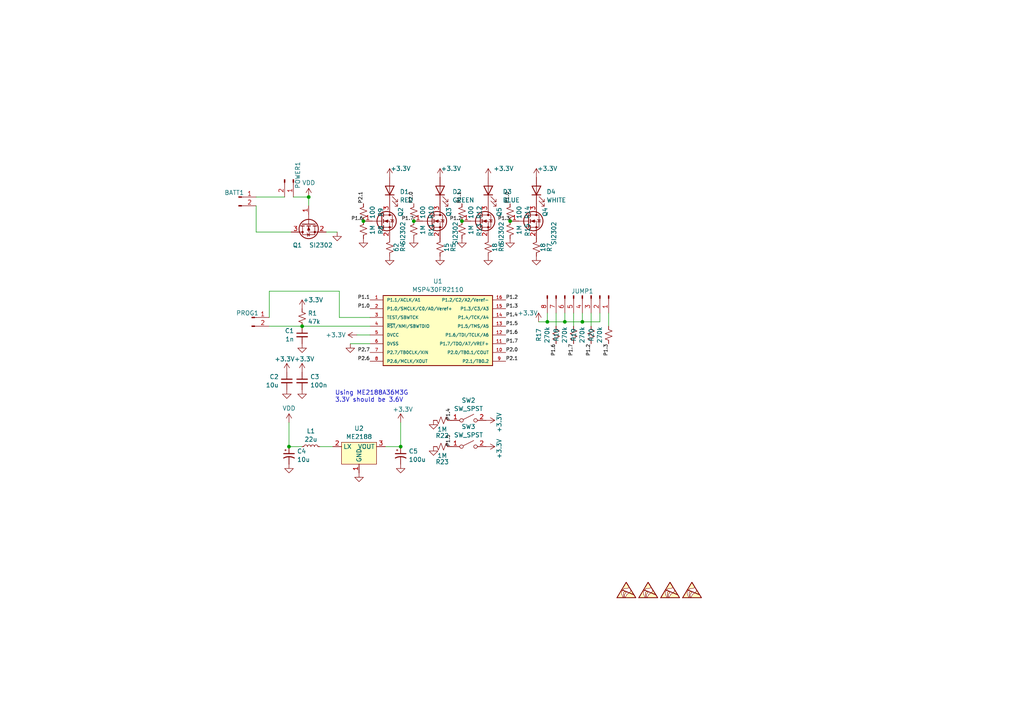
<source format=kicad_sch>
(kicad_sch (version 20230121) (generator eeschema)
  (paper "A4")
  (title_block (title "LED Lantern") (date "2023-09-14") (rev "0.2") (comment 1 "for Wedding Order"))
  (lib_symbols
    (symbol "Connector:Conn_01x02_Pin" (pin_names (offset 1.016) hide)
      (property "Reference" "J" (at 0 2.54 0))
      (property "Value" "Conn_01x02_Pin" (at 0 -5.08 0))
      (symbol "Conn_01x02_Pin_1_1"
        (polyline (pts (xy 1.27 -2.54) (xy 0.8636 -2.54)) (stroke (width 0.1524)))
        (polyline (pts (xy 1.27 0) (xy 0.8636 0)) (stroke (width 0.1524)))
        (rectangle (start 0.8636 -2.413) (end 0 -2.667) (stroke (width 0.1524)) (fill (type outline)))
        (rectangle (start 0.8636 0.127) (end 0 -0.127) (stroke (width 0.1524)) (fill (type outline)))
        (pin passive line (at 5.08 0 180) (length 3.81) (name "Pin_1") (number "1"))
        (pin passive line (at 5.08 -2.54 180) (length 3.81) (name "Pin_2") (number "2"))
      )
    )
    (symbol "Connector:Conn_01x08_Pin" (pin_names (offset 1.016) hide)
      (property "Reference" "J" (at 0 10.16 0))
      (property "Value" "Conn_01x08_Pin" (at 0 -12.7 0))
      (symbol "Conn_01x08_Pin_1_1"
        (polyline (pts (xy 1.27 -10.16) (xy 0.8636 -10.16)) (stroke (width 0.1524)))
        (polyline (pts (xy 1.27 -7.62) (xy 0.8636 -7.62)) (stroke (width 0.1524)))
        (polyline (pts (xy 1.27 -5.08) (xy 0.8636 -5.08)) (stroke (width 0.1524)))
        (polyline (pts (xy 1.27 -2.54) (xy 0.8636 -2.54)) (stroke (width 0.1524)))
        (polyline (pts (xy 1.27 0) (xy 0.8636 0)) (stroke (width 0.1524)))
        (polyline (pts (xy 1.27 2.54) (xy 0.8636 2.54)) (stroke (width 0.1524)))
        (polyline (pts (xy 1.27 5.08) (xy 0.8636 5.08)) (stroke (width 0.1524)))
        (polyline (pts (xy 1.27 7.62) (xy 0.8636 7.62)) (stroke (width 0.1524)))
        (rectangle (start 0.8636 -10.033) (end 0 -10.287) (stroke (width 0.1524)) (fill (type outline)))
        (rectangle (start 0.8636 -7.493) (end 0 -7.747) (stroke (width 0.1524)) (fill (type outline)))
        (rectangle (start 0.8636 -4.953) (end 0 -5.207) (stroke (width 0.1524)) (fill (type outline)))
        (rectangle (start 0.8636 -2.413) (end 0 -2.667) (stroke (width 0.1524)) (fill (type outline)))
        (rectangle (start 0.8636 0.127) (end 0 -0.127) (stroke (width 0.1524)) (fill (type outline)))
        (rectangle (start 0.8636 2.667) (end 0 2.413) (stroke (width 0.1524)) (fill (type outline)))
        (rectangle (start 0.8636 5.207) (end 0 4.953) (stroke (width 0.1524)) (fill (type outline)))
        (rectangle (start 0.8636 7.747) (end 0 7.493) (stroke (width 0.1524)) (fill (type outline)))
        (pin passive line (at 5.08 7.62 180) (length 3.81) (name "Pin_1") (number "1"))
        (pin passive line (at 5.08 5.08 180) (length 3.81) (name "Pin_2") (number "2"))
        (pin passive line (at 5.08 2.54 180) (length 3.81) (name "Pin_3") (number "3"))
        (pin passive line (at 5.08 0 180) (length 3.81) (name "Pin_4") (number "4"))
        (pin passive line (at 5.08 -2.54 180) (length 3.81) (name "Pin_5") (number "5"))
        (pin passive line (at 5.08 -5.08 180) (length 3.81) (name "Pin_6") (number "6"))
        (pin passive line (at 5.08 -7.62 180) (length 3.81) (name "Pin_7") (number "7"))
        (pin passive line (at 5.08 -10.16 180) (length 3.81) (name "Pin_8") (number "8"))
      )
    )
    (symbol "Device:C_Polarized_Small_US" (pin_numbers hide) (pin_names (offset 0.254) hide)
      (property "Reference" "C" (at 0.254 1.778 0))
      (property "Value" "C_Polarized_Small_US" (at 0.254 -2.032 0))
      (symbol "C_Polarized_Small_US_0_1"
        (polyline (pts (xy -1.524 0.508) (xy 1.524 0.508)) (stroke (width 0.3048)))
        (polyline (pts (xy -1.27 1.524) (xy -0.762 1.524)))
        (polyline (pts (xy -1.016 1.27) (xy -1.016 1.778)))
        (arc (start 1.524 -0.762) (mid 0 -0.3734) (end -1.524 -0.762) (stroke (width 0.3048)))
      )
      (symbol "C_Polarized_Small_US_1_1"
        (pin passive line (at 0 2.54 270) (length 2.032) (name "~") (number "1"))
        (pin passive line (at 0 -2.54 90) (length 2.032) (name "~") (number "2"))
      )
    )
    (symbol "Device:C_Small" (pin_numbers hide) (pin_names (offset 0.254) hide)
      (property "Reference" "C" (at 0.254 1.778 0))
      (property "Value" "C_Small" (at 0.254 -2.032 0))
      (symbol "C_Small_0_1"
        (polyline (pts (xy -1.524 -0.508) (xy 1.524 -0.508)) (stroke (width 0.3302)))
        (polyline (pts (xy -1.524 0.508) (xy 1.524 0.508)) (stroke (width 0.3048)))
      )
      (symbol "C_Small_1_1"
        (pin passive line (at 0 2.54 270) (length 2.032) (name "~") (number "1"))
        (pin passive line (at 0 -2.54 90) (length 2.032) (name "~") (number "2"))
      )
    )
    (symbol "Device:LED" (pin_numbers hide) (pin_names (offset 1.016) hide)
      (property "Reference" "D" (at 0 2.54 0))
      (property "Value" "LED" (at 0 -2.54 0))
      (symbol "LED_0_1"
        (polyline (pts (xy -1.27 -1.27) (xy -1.27 1.27)) (stroke (width 0.254)))
        (polyline (pts (xy -1.27 0) (xy 1.27 0)))
        (polyline (pts (xy 1.27 -1.27) (xy 1.27 1.27) (xy -1.27 0) (xy 1.27 -1.27)) (stroke (width 0.254)))
        (polyline (pts (xy -3.048 -0.762) (xy -4.572 -2.286) (xy -3.81 -2.286) (xy -4.572 -2.286) (xy -4.572 -1.524)))
        (polyline (pts (xy -1.778 -0.762) (xy -3.302 -2.286) (xy -2.54 -2.286) (xy -3.302 -2.286) (xy -3.302 -1.524)))
      )
      (symbol "LED_1_1"
        (pin passive line (at -3.81 0 0) (length 2.54) (name "K") (number "1"))
        (pin passive line (at 3.81 0 180) (length 2.54) (name "A") (number "2"))
      )
    )
    (symbol "Device:L_Small" (pin_numbers hide) (pin_names (offset 0.254) hide)
      (property "Reference" "L" (at 0.762 1.016 0))
      (property "Value" "L_Small" (at 0.762 -1.016 0))
      (symbol "L_Small_0_1"
        (arc (start 0 -2.032) (mid 0.5058 -1.524) (end 0 -1.016))
        (arc (start 0 -1.016) (mid 0.5058 -0.508) (end 0 0))
        (arc (start 0 0) (mid 0.5058 0.508) (end 0 1.016))
        (arc (start 0 1.016) (mid 0.5058 1.524) (end 0 2.032))
      )
      (symbol "L_Small_1_1"
        (pin passive line (at 0 2.54 270) (length 0.508) (name "~") (number "1"))
        (pin passive line (at 0 -2.54 90) (length 0.508) (name "~") (number "2"))
      )
    )
    (symbol "Device:Q_NMOS_GSD" (pin_names (offset 0) hide)
      (property "Reference" "Q" (at 5.08 1.27 0))
      (property "Value" "Q_NMOS_GSD" (at 5.08 -1.27 0))
      (symbol "Q_NMOS_GSD_0_1"
        (polyline (pts (xy 0.254 0) (xy -2.54 0)))
        (polyline (pts (xy 0.254 1.905) (xy 0.254 -1.905)) (stroke (width 0.254)))
        (polyline (pts (xy 0.762 -1.27) (xy 0.762 -2.286)) (stroke (width 0.254)))
        (polyline (pts (xy 0.762 0.508) (xy 0.762 -0.508)) (stroke (width 0.254)))
        (polyline (pts (xy 0.762 2.286) (xy 0.762 1.27)) (stroke (width 0.254)))
        (polyline (pts (xy 2.54 2.54) (xy 2.54 1.778)))
        (polyline (pts (xy 2.54 -2.54) (xy 2.54 0) (xy 0.762 0)))
        (polyline (pts (xy 0.762 -1.778) (xy 3.302 -1.778) (xy 3.302 1.778) (xy 0.762 1.778)))
        (polyline (pts (xy 1.016 0) (xy 2.032 0.381) (xy 2.032 -0.381) (xy 1.016 0)) (fill (type outline)))
        (polyline (pts (xy 2.794 0.508) (xy 2.921 0.381) (xy 3.683 0.381) (xy 3.81 0.254)))
        (polyline (pts (xy 3.302 0.381) (xy 2.921 -0.254) (xy 3.683 -0.254) (xy 3.302 0.381)))
        (circle (center 1.651 0) (radius 2.794) (stroke (width 0.254)))
        (circle (center 2.54 -1.778) (radius 0.254) (fill (type outline)))
        (circle (center 2.54 1.778) (radius 0.254) (fill (type outline)))
      )
      (symbol "Q_NMOS_GSD_1_1"
        (pin input line (at -5.08 0 0) (length 2.54) (name "G") (number "1"))
        (pin passive line (at 2.54 -5.08 90) (length 2.54) (name "S") (number "2"))
        (pin passive line (at 2.54 5.08 270) (length 2.54) (name "D") (number "3"))
      )
    )
    (symbol "Device:R_Small_US" (pin_numbers hide) (pin_names (offset 0.254) hide)
      (property "Reference" "R" (at 0.762 0.508 0))
      (property "Value" "R_Small_US" (at 0.762 -1.016 0))
      (symbol "R_Small_US_1_1"
        (polyline (pts (xy 0 0) (xy 1.016 -0.381) (xy 0 -0.762) (xy -1.016 -1.143) (xy 0 -1.524)))
        (polyline (pts (xy 0 1.524) (xy 1.016 1.143) (xy 0 0.762) (xy -1.016 0.381) (xy 0 0)))
        (pin passive line (at 0 2.54 270) (length 1.016) (name "~") (number "1"))
        (pin passive line (at 0 -2.54 90) (length 1.016) (name "~") (number "2"))
      )
    )
    (symbol "Graphic:SYM_ESD_Small" (in_bom no) (on_board no)
      (symbol "SYM_ESD_Small_0_0"
        (polyline (pts (xy -1.27 0.381) (xy 2.159 -1.016)) (stroke (width 0.254)))
        (polyline (pts (xy -2.667 -1.905) (xy 2.794 -1.905) (xy 0 2.54) (xy -2.667 -1.905)) (stroke (width 0.254)))
        (polyline (pts (xy 2.7432 -1.905) (xy 2.7178 -1.8796) (xy 2.6162 -1.6764) (xy 2.5654 -1.6002) (xy 2.4892 -1.4986) (xy 2.4384 -1.3716) (xy 1.7526 -0.2286) (xy 1.7018 -0.127) (xy 1.6256 -0.0508) (xy 1.6002 0.0508) (xy 1.5494 0.1016) (xy 1.4986 0.2032) (xy 1.4732 0.2286) (xy 1.4732 0.2032) (xy 1.4478 0.2032) (xy 1.3208 0.0762) (xy 1.2954 0.0254) (xy 1.2954 -0.0254) (xy 1.27 -0.0762) (xy 1.2446 -0.1524) (xy 1.143 -0.254) (xy 1.0922 -0.3302) (xy 1.0414 -0.3556) (xy 0.9144 -0.4826) (xy 0.762 -0.5842) (xy 0.6604 -0.6604) (xy 0.508 -0.762) (xy 0.4572 -0.8128) (xy 0.3556 -0.8636) (xy 0.3048 -0.9144) (xy 0.2286 -0.9652) (xy 0.0762 -1.1938) (xy 0.0254 -1.2954) (xy -0.0254 -1.4224) (xy -0.0508 -1.4986) (xy -0.1016 -1.5748) (xy -0.127 -1.651) (xy -0.1778 -1.6764) (xy -0.2032 -1.7272) (xy -0.254 -1.7526) (xy -0.4064 -1.7526) (xy -0.4064 -1.7272) (xy -0.4572 -1.7018) (xy -0.4826 -1.6256) (xy -0.508 -1.524) (xy -0.508 -1.0922) (xy -0.4572 -0.889) (xy -0.4064 -0.8128) (xy -0.254 -0.6604) (xy -0.2032 -0.5842) (xy -0.127 -0.5334) (xy -0.1016 -0.4826) (xy -0.0762 -0.4064) (xy -0.0508 -0.3556) (xy -0.0254 -0.3302) (xy -0.0254 -0.2794) (xy 0 -0.2286) (xy -0.0762 -0.1524) (xy -0.127 -0.127) (xy -0.1524 -0.0762) (xy -0.2032 -0.0508) (xy -0.2286 -0.0254) (xy -0.254 -0.0254) (xy -0.3048 -0.0762) (xy -0.3556 -0.1016) (xy -0.4318 -0.127) (xy -0.4826 -0.1524) (xy -0.5588 -0.2286) (xy -0.6096 -0.254) (xy -0.8382 -0.4826) (xy -0.8128 -0.5588) (xy -0.7874 -0.5842) (xy -0.7874 -0.8636) (xy -0.8128 -0.889) (xy -0.8128 -0.9652) (xy -0.762 -1.016) (xy -0.762 -1.0414) (xy -0.6604 -1.2954) (xy -0.6604 -1.5748) (xy -0.6858 -1.6002) (xy -0.6858 -1.6256) (xy -0.7366 -1.7018) (xy -0.8382 -1.7526) (xy -0.9144 -1.7526) (xy -0.9398 -1.7272) (xy -0.9652 -1.6764) (xy -1.016 -1.6002) (xy -1.0414 -1.524) (xy -1.143 -1.27) (xy -1.2192 -1.0414) (xy -1.27 -0.9652) (xy -1.2954 -0.889) (xy -1.3208 -0.8382) (xy -1.3208 -0.8128) (xy -1.3716 -0.7112) (xy -1.397 -0.5842) (xy -1.397 -0.4826) (xy -1.3716 -0.381) (xy -1.3208 -0.254) (xy -1.2954 -0.2032) (xy -1.1938 -0.0508) (xy -1.0414 0.1524) (xy -0.9906 0.2032) (xy -0.9652 0.254) (xy -0.9144 0.3302) (xy -0.889 0.381) (xy -0.8636 0.381) (xy -0.8128 0.508) (xy -0.6096 0.7112) (xy -0.5334 0.7366) (xy -0.508 0.762) (xy -0.4318 0.762) (xy -0.3556 0.7874) (xy -0.2286 0.8128) (xy -0.1016 0.8128) (xy 0.0508 0.8382) (xy 0.2032 0.8382) (xy 0.3048 0.8636) (xy 0.4826 0.8636) (xy 0.5334 0.889) (xy 0.5842 0.889) (xy 0.6858 0.9398) (xy 0.7112 0.9652) (xy 0.762 0.9906) (xy 0.8128 1.0414) (xy 0.8636 1.0668) (xy 0.889 1.1176) (xy 0.9144 1.143) (xy 0.9144 1.1938) (xy 0.889 1.2192) (xy 0.8636 1.27) (xy 0.8128 1.3462) (xy 0.7112 1.5494) (xy 0.635 1.651) (xy 0.5842 1.7526) (xy 0.508 1.8796) (xy 0.4572 1.9558) (xy 0.381 2.0828) (xy 0.3048 2.1844) (xy 0.254 2.286) (xy 0.2032 2.3622) (xy 0.1778 2.4384) (xy 0.1016 2.5146) (xy 0.1016 2.54) (xy 0.0762 2.5654) (xy 0.0762 2.5908) (xy 0.0254 2.5908) (xy 0.0254 2.5654) (xy -0.0254 2.5146) (xy -0.1016 2.3622) (xy -0.254 2.1336) (xy -0.3048 2.032) (xy -0.4572 1.778) (xy -0.5588 1.6256) (xy -0.762 1.27) (xy -0.889 1.0668) (xy -1.016 0.8382) (xy -1.1684 0.6096) (xy -1.3208 0.3302) (xy -1.397 0.2032) (xy -1.524 -0.0254) (xy -1.778 -0.4318) (xy -1.8796 -0.635) (xy -2.0066 -0.8128) (xy -2.1082 -0.9906) (xy -2.2098 -1.143) (xy -2.286 -1.2954) (xy -2.4384 -1.5494) (xy -2.4892 -1.651) (xy -2.5654 -1.7526) (xy -2.5908 -1.8288) (xy -2.6162 -1.8796) (xy -2.6416 -1.905) (xy -2.6416 -1.9304) (xy 2.7432 -1.9304) (xy 2.7432 -1.905)) (stroke (width 0.127)) (fill (type background)))
      )
    )
    (symbol "Switch:SW_SPST" (pin_names (offset 0) hide)
      (property "Reference" "SW" (at 0 3.175 0))
      (property "Value" "SW_SPST" (at 0 -2.54 0))
      (symbol "SW_SPST_0_0"
        (circle (center -2.032 0) (radius 0.508))
        (polyline (pts (xy -1.524 0.254) (xy 1.524 1.778)))
        (circle (center 2.032 0) (radius 0.508))
      )
      (symbol "SW_SPST_1_1"
        (pin passive line (at -5.08 0 0) (length 2.54) (name "A") (number "1"))
        (pin passive line (at 5.08 0 180) (length 2.54) (name "B") (number "2"))
      )
    )
    (symbol "klib:ME2188"
      (property "Reference" "U" (at -2.54 3.81 0))
      (property "Value" "ME2188" (at 5.08 -5.08 0))
      (symbol "ME2188_1_1"
        (rectangle (start -5.08 2.54) (end 5.08 -3.81) (fill (type background)))
        (pin power_in line (at 0 -6.35 90) (length 2.54) (name "GND") (number "1"))
        (pin power_in line (at -7.62 1.27 0) (length 2.54) (name "LX") (number "2"))
        (pin power_out line (at 7.62 1.27 180) (length 2.54) (name "VOUT") (number "3"))
      )
    )
    (symbol "klib:MSP430FR2110" (pin_names (offset 1.016))
      (property "Reference" "U" (at -20.32 11.43 0))
      (property "Value" "MSP430FR2110" (at 10.16 -11.43 0))
      (symbol "MSP430FR2110_0_1"
        (rectangle (start -15.24 10.16) (end 16.51 -10.16) (stroke (width 0.254)) (fill (type background)))
      )
      (symbol "MSP430FR2110_1_1"
        (pin bidirectional line (at -19.05 8.89 0) (length 3.81) (name "P1.1/ACLK/A1") (number "1"))
        (pin bidirectional line (at 20.32 -6.35 180) (length 3.81) (name "P2.0/TB0.1/COUT") (number "10"))
        (pin bidirectional line (at 20.32 -3.81 180) (length 3.81) (name "P1.7/TDO/A7/VREF+") (number "11"))
        (pin bidirectional line (at 20.32 -1.27 180) (length 3.81) (name "P1.6/TDI/TCLK/A6") (number "12"))
        (pin bidirectional line (at 20.32 1.27 180) (length 3.81) (name "P1.5/TMS/A5") (number "13"))
        (pin bidirectional line (at 20.32 3.81 180) (length 3.81) (name "P1.4/TCK/A4") (number "14"))
        (pin bidirectional line (at 20.32 6.35 180) (length 3.81) (name "P1.3/C3/A3") (number "15"))
        (pin bidirectional line (at 20.32 8.89 180) (length 3.81) (name "P1.2/C2/A2/Veref-") (number "16"))
        (pin bidirectional line (at -19.05 6.35 0) (length 3.81) (name "P1.0/SMCLK/C0/A0/Veref+") (number "2"))
        (pin bidirectional line (at -19.05 3.81 0) (length 3.81) (name "TEST/SBWTCK") (number "3"))
        (pin bidirectional line (at -19.05 1.27 0) (length 3.81) (name "~{RST}/NMI/SBWTDIO") (number "4"))
        (pin power_in line (at -19.05 -1.27 0) (length 3.81) (name "DVCC") (number "5"))
        (pin power_in line (at -19.05 -3.81 0) (length 3.81) (name "DVSS") (number "6"))
        (pin bidirectional line (at -19.05 -6.35 0) (length 3.81) (name "P2.7/TB0CLK/XIN") (number "7"))
        (pin bidirectional line (at -19.05 -8.89 0) (length 3.81) (name "P2.6/MCLK/XOUT") (number "8"))
        (pin bidirectional line (at 20.32 -8.89 180) (length 3.81) (name "P2.1/TB0.2") (number "9"))
      )
    )
    (symbol "power:+3.3V" (power) (pin_names (offset 0))
      (property "Value" "+3.3V" (at 0 3.556 0))
      (symbol "+3.3V_0_1"
        (polyline (pts (xy -0.762 1.27) (xy 0 2.54)))
        (polyline (pts (xy 0 0) (xy 0 2.54)))
        (polyline (pts (xy 0 2.54) (xy 0.762 1.27)))
      )
      (symbol "+3.3V_1_1"
        (pin power_in line (at 0 0 90) (length 0) hide (name "+3.3V") (number "1"))
      )
    )
    (symbol "power:GND" (power) (pin_names (offset 0))
      (property "Value" "GND" (at 0 -3.81 0))
      (symbol "GND_0_1"
        (polyline (pts (xy 0 0) (xy 0 -1.27) (xy 1.27 -1.27) (xy 0 -2.54) (xy -1.27 -1.27) (xy 0 -1.27)))
      )
      (symbol "GND_1_1"
        (pin power_in line (at 0 0 270) (length 0) hide (name "GND") (number "1"))
      )
    )
    (symbol "power:VDD" (power) (pin_names (offset 0))
      (property "Value" "VDD" (at 0 3.81 0))
      (symbol "VDD_0_1"
        (polyline (pts (xy -0.762 1.27) (xy 0 2.54)))
        (polyline (pts (xy 0 0) (xy 0 2.54)))
        (polyline (pts (xy 0 2.54) (xy 0.762 1.27)))
      )
      (symbol "VDD_1_1"
        (pin power_in line (at 0 0 90) (length 0) hide (name "VDD") (number "1"))
      )
    )
  )
  (junction (at 120.015 64.135))
  (junction (at 105.41 64.135))
  (junction (at 158.75 93.345))
  (junction (at 83.82 129.54))
  (junction (at 147.955 64.135))
  (junction (at 87.63 94.615))
  (junction (at 163.83 93.345))
  (junction (at 133.985 64.135))
  (junction (at 168.91 93.345))
  (junction (at 116.205 129.54))
  (junction (at 89.535 57.15))
  (wire (pts (xy 168.91 93.345) (xy 163.83 93.345)))
  (wire (pts (xy 83.82 129.54) (xy 83.82 122.555)))
  (wire (pts (xy 94.615 67.31) (xy 97.79 67.31)))
  (wire (pts (xy 78.105 84.455) (xy 98.425 84.455)))
  (wire (pts (xy 78.105 92.075) (xy 78.105 84.455)))
  (wire (pts (xy 158.75 93.345) (xy 158.75 90.805)))
  (wire (pts (xy 85.09 57.15) (xy 89.535 57.15)))
  (wire (pts (xy 168.91 93.345) (xy 168.91 90.805)))
  (wire (pts (xy 173.99 93.345) (xy 168.91 93.345)))
  (wire (pts (xy 156.21 93.345) (xy 158.75 93.345)))
  (wire (pts (xy 111.76 129.54) (xy 116.205 129.54)))
  (wire (pts (xy 116.205 122.555) (xy 116.205 129.54)))
  (wire (pts (xy 171.45 90.805) (xy 171.45 94.615)))
  (wire (pts (xy 78.105 94.615) (xy 87.63 94.615)))
  (wire (pts (xy 173.99 93.345) (xy 173.99 90.805)))
  (wire (pts (xy 83.82 129.54) (xy 87.63 129.54)))
  (wire (pts (xy 74.295 67.31) (xy 84.455 67.31)))
  (wire (pts (xy 74.295 57.15) (xy 82.55 57.15)))
  (wire (pts (xy 98.425 92.075) (xy 107.315 92.075)))
  (wire (pts (xy 163.83 93.345) (xy 158.75 93.345)))
  (wire (pts (xy 161.29 90.805) (xy 161.29 94.615)))
  (wire (pts (xy 101.6 99.695) (xy 107.315 99.695)))
  (wire (pts (xy 92.71 129.54) (xy 96.52 129.54)))
  (wire (pts (xy 89.535 57.15) (xy 89.535 59.69)))
  (wire (pts (xy 176.53 90.805) (xy 176.53 94.615)))
  (wire (pts (xy 74.295 59.69) (xy 74.295 67.31)))
  (wire (pts (xy 166.37 90.805) (xy 166.37 94.615)))
  (wire (pts (xy 87.63 94.615) (xy 107.315 94.615)))
  (wire (pts (xy 163.83 93.345) (xy 163.83 90.805)))
  (wire (pts (xy 98.425 84.455) (xy 98.425 92.075)))
  (wire (pts (xy 103.505 97.155) (xy 107.315 97.155)))
  (text "Using ME2188A36M3G\n3.3V should be 3.6V" (at 97.155 116.84 0) (effects (font (size 1.27 1.27)) (justify left bottom)))
  (label "P1.2" (at 133.985 64.135 180) (effects (font (size 1 1))))
  (label "P1.2" (at 171.45 99.695 270) (effects (font (size 1 1))))
  (label "P2.0" (at 146.685 102.235 0) (effects (font (size 1 1))))
  (label "P1.1" (at 133.985 59.055 90) (effects (font (size 1 1))))
  (label "P2.0" (at 120.015 59.055 90) (effects (font (size 1 1))))
  (label "P2.7" (at 107.315 102.235 180) (effects (font (size 1 1))))
  (label "P1.6" (at 105.41 64.135 180) (effects (font (size 1 1))))
  (label "P1.0" (at 107.315 89.535 180) (effects (font (size 1 1))))
  (label "P1.7" (at 166.37 99.695 270) (effects (font (size 1 1))))
  (label "P1.3" (at 147.955 64.135 180) (effects (font (size 1 1))))
  (label "P1.1" (at 107.315 86.995 180) (effects (font (size 1 1))))
  (label "P1.7" (at 146.685 99.695 0) (effects (font (size 1 1))))
  (label "P1.4" (at 146.685 92.075 0) (effects (font (size 1 1))))
  (label "P1.2" (at 146.685 86.995 0) (effects (font (size 1 1))))
  (label "P1.0" (at 147.955 59.055 90) (effects (font (size 1 1))))
  (label "P1.3" (at 146.685 89.535 0) (effects (font (size 1 1))))
  (label "P1.4" (at 130.81 121.92 90) (effects (font (size 1 1))))
  (label "P1.6" (at 161.29 99.695 270) (effects (font (size 1 1))))
  (label "P2.1" (at 105.41 59.055 90) (effects (font (size 1 1))))
  (label "P2.1" (at 146.685 104.775 0) (effects (font (size 1 1))))
  (label "P1.7" (at 120.015 64.135 180) (effects (font (size 1 1))))
  (label "P1.5" (at 130.81 129.54 90) (effects (font (size 1 1))))
  (label "P1.6" (at 146.685 97.155 0) (effects (font (size 1 1))))
  (label "P1.5" (at 146.685 94.615 0) (effects (font (size 1 1))))
  (label "P2.6" (at 107.315 104.775 180) (effects (font (size 1 1))))
  (label "P1.3" (at 176.53 99.695 270) (effects (font (size 1 1))))
  (symbol (lib_id "power:+3.3V") (at 127.635 51.435 0) (unit 1)
    (property "Reference" "#PWR016" (effects hide))
    (property "Value" "+3.3V" (at 130.81 48.895 0))
  )
  (symbol (lib_id "power:GND") (at 83.185 113.03 0) (unit 1)
    (property "Reference" "#PWR07" (effects hide))
    (property "Value" "GND" (effects hide))
  )
  (symbol (lib_id "power:+3.3V") (at 87.63 89.535 0) (unit 1)
    (property "Reference" "#PWR01" (effects hide))
    (property "Value" "+3.3V" (at 90.805 86.995 0))
  )
  (symbol (lib_id "Device:R_Small_US") (at 105.41 61.595 0) (mirror x) (unit 1)
    (property "Reference" "R9" (at 110.4433 61.595 90))
    (property "Value" "100" (at 108.0191 61.595 90))
    (property "Footprint" "Resistor_SMD:R_0402_1005Metric" (effects hide))
    (property "LCSC" "C106232" (effects hide))
  )
  (symbol (lib_id "Device:R_Small_US") (at 161.29 97.155 180) (unit 1)
    (property "Reference" "R17" (at 156.2567 97.155 90))
    (property "Value" "270k" (at 158.6809 97.155 90))
    (property "Footprint" "Resistor_SMD:R_0402_1005Metric" (effects hide))
    (property "LCSC" "C2759500" (effects hide))
  )
  (symbol (lib_id "klib:ME2188") (at 104.14 130.81 0) (unit 1)
    (property "Reference" "U2" (at 104.14 124.2527 0))
    (property "Value" "ME2188" (at 104.14 126.6769 0))
    (property "Footprint" "Package_TO_SOT_SMD:SOT-23" (effects hide))
    (property "LCSC" "C236773" (effects hide))
  )
  (symbol (lib_id "power:GND") (at 97.79 67.31 0) (unit 1)
    (property "Reference" "#PWR09" (effects hide))
    (property "Value" "GND" (effects hide))
  )
  (symbol (lib_id "Graphic:SYM_ESD_Small") (at 187.96 171.45 0) (unit 1) (in_bom no)
    (property "Reference" "SYM2" (effects hide))
    (property "Value" "SYM_ESD_Small" (effects hide))
    (property "Footprint" "MountingHole:MountingHole_2.5mm" (effects hide))
    (property "LCSC" "X" (effects hide))
  )
  (symbol (lib_id "Device:R_Small_US") (at 166.37 97.155 180) (unit 1)
    (property "Reference" "R18" (at 161.3367 97.155 90))
    (property "Value" "270k" (at 163.7609 97.155 90))
    (property "Footprint" "Resistor_SMD:R_0402_1005Metric" (effects hide))
    (property "LCSC" "C2759500" (effects hide))
  )
  (symbol (lib_id "power:VDD") (at 83.82 122.555 0) (unit 1)
    (property "Reference" "#PWR023" (effects hide))
    (property "Value" "VDD" (at 83.82 118.4219 0))
  )
  (symbol (lib_id "power:GND") (at 141.605 74.295 0) (unit 1)
    (property "Reference" "#PWR011" (effects hide))
    (property "Value" "GND" (effects hide))
  )
  (symbol (lib_id "Device:R_Small_US") (at 113.03 71.755 0) (mirror x) (unit 1)
    (property "Reference" "R4" (at 116.84 71.755 90))
    (property "Value" "62" (at 114.935 71.755 90))
    (property "Footprint" "Resistor_SMD:R_0805_2012Metric" (effects hide))
    (property "LCSC" "C560547" (effects hide))
  )
  (symbol (lib_id "Device:L_Small") (at 90.17 129.54 90) (unit 1)
    (property "Reference" "L1" (at 90.17 125.0169 90))
    (property "Value" "22u" (at 90.17 127.4411 90))
    (property "Footprint" "Inductor_SMD:L_Taiyo-Yuden_NR-50xx" (effects hide))
    (property "LCSC" "C440232" (effects hide))
  )
  (symbol (lib_id "power:+3.3V") (at 140.97 129.54 270) (unit 1)
    (property "Reference" "#PWR039" (effects hide))
    (property "Value" "+3.3V" (at 144.78 130.175 0))
  )
  (symbol (lib_id "Device:R_Small_US") (at 105.41 66.675 0) (mirror x) (unit 1)
    (property "Reference" "R8" (at 110.4433 66.675 90))
    (property "Value" "1M" (at 108.0191 66.675 90))
    (property "Footprint" "Resistor_SMD:R_0402_1005Metric" (effects hide))
    (property "LCSC" "C26083" (effects hide))
  )
  (symbol (lib_id "power:GND") (at 87.63 99.695 0) (unit 1)
    (property "Reference" "#PWR08" (effects hide))
    (property "Value" "GND" (effects hide))
  )
  (symbol (lib_id "Device:C_Small") (at 83.185 110.49 0) (mirror y) (unit 1)
    (property "Reference" "C2" (at 80.8609 109.2842 0) (effects (justify left)))
    (property "Value" "10u" (at 80.8609 111.7084 0) (effects (justify left)))
    (property "Footprint" "Capacitor_SMD:C_0805_2012Metric_Pad1.18x1.45mm_HandSolder" (effects hide))
    (property "LCSC" "C1713" (effects hide))
  )
  (symbol (lib_id "power:GND") (at 104.14 137.16 0) (unit 1)
    (property "Reference" "#PWR024" (effects hide))
    (property "Value" "GND" (effects hide))
  )
  (symbol (lib_id "power:+3.3V") (at 103.505 97.155 90) (unit 1)
    (property "Reference" "#PWR02" (effects hide))
    (property "Value" "+3.3V" (at 100.33 97.155 90) (effects (justify left)))
  )
  (symbol (lib_id "power:GND") (at 155.575 74.295 0) (unit 1)
    (property "Reference" "#PWR015" (effects hide))
    (property "Value" "GND" (effects hide))
  )
  (symbol (lib_id "Device:R_Small_US") (at 141.605 71.755 0) (mirror x) (unit 1)
    (property "Reference" "R6" (at 145.415 71.755 90))
    (property "Value" "18" (at 143.51 71.755 90))
    (property "Footprint" "Resistor_SMD:R_0603_1608Metric" (effects hide))
    (property "LCSC" "C966193" (effects hide))
  )
  (symbol (lib_id "power:+3.3V") (at 113.03 51.435 0) (unit 1)
    (property "Reference" "#PWR014" (effects hide))
    (property "Value" "+3.3V" (at 116.205 48.895 0))
  )
  (symbol (lib_id "Device:R_Small_US") (at 147.955 66.675 0) (mirror x) (unit 1)
    (property "Reference" "R15" (at 152.9883 66.675 90))
    (property "Value" "1M" (at 150.5641 66.675 90))
    (property "Footprint" "Resistor_SMD:R_0402_1005Metric" (effects hide))
    (property "LCSC" "C26083" (effects hide))
  )
  (symbol (lib_id "power:GND") (at 127.635 74.295 0) (unit 1)
    (property "Reference" "#PWR012" (effects hide))
    (property "Value" "GND" (effects hide))
  )
  (symbol (lib_id "Connector:Conn_01x02_Pin") (at 69.215 57.15 0) (unit 1)
    (property "Reference" "BATT1" (at 67.945 55.88 0))
    (property "Value" "Conn_01x02_Pin" (effects hide))
    (property "Footprint" "Connector_PinHeader_2.54mm:PinHeader_1x02_P2.54mm_Vertical" (effects hide))
    (property "LCSC" "X" (effects hide))
  )
  (symbol (lib_id "power:GND") (at 125.73 129.54 0) (unit 1)
    (property "Reference" "#PWR029" (effects hide))
    (property "Value" "GND" (effects hide))
  )
  (symbol (lib_id "Device:Q_NMOS_GSD") (at 89.535 64.77 90) (mirror x) (unit 1)
    (property "Reference" "Q1" (at 87.63 71.12 90) (effects (justify left)))
    (property "Value" "SI2302" (at 96.52 71.12 90) (effects (justify left)))
    (property "Footprint" "Package_TO_SOT_SMD:SOT-23" (effects hide))
    (property "LCSC" "C4748714" (effects hide))
  )
  (symbol (lib_id "Device:LED") (at 141.605 55.245 90) (unit 1)
    (property "Reference" "D3" (at 145.796 55.6204 90) (effects (justify right)))
    (property "Value" "BLUE" (at 145.796 58.0446 90) (effects (justify right)))
    (property "Footprint" "LED_SMD:LED_PLCC_2835_Handsoldering" (effects hide))
    (property "LCSC" "C2843802" (effects hide))
  )
  (symbol (lib_id "power:VDD") (at 89.535 57.15 0) (unit 1)
    (property "Reference" "#PWR010" (effects hide))
    (property "Value" "VDD" (at 89.535 53.0169 0))
  )
  (symbol (lib_id "Device:R_Small_US") (at 128.27 121.92 90) (mirror x) (unit 1)
    (property "Reference" "R22" (at 128.27 126.365 90))
    (property "Value" "1M" (at 128.27 124.5291 90))
    (property "Footprint" "Resistor_SMD:R_0402_1005Metric" (effects hide))
    (property "LCSC" "C26083" (effects hide))
  )
  (symbol (lib_id "Device:C_Polarized_Small_US") (at 83.82 132.08 0) (unit 1)
    (property "Reference" "C4" (at 86.1441 130.8742 0) (effects (justify left)))
    (property "Value" "10u" (at 86.1441 133.2984 0) (effects (justify left)))
    (property "Footprint" "Capacitor_Tantalum_SMD:CP_EIA-3216-18_Kemet-A" (effects hide))
    (property "LCSC" "C185774" (effects hide))
  )
  (symbol (lib_id "power:GND") (at 101.6 99.695 0) (unit 1)
    (property "Reference" "#PWR03" (effects hide))
    (property "Value" "GND" (effects hide))
  )
  (symbol (lib_id "power:+3.3V") (at 140.97 121.92 270) (unit 1)
    (property "Reference" "#PWR038" (effects hide))
    (property "Value" "+3.3V" (at 144.78 122.555 0))
  )
  (symbol (lib_id "Device:Q_NMOS_GSD") (at 110.49 64.135 0) (unit 1)
    (property "Reference" "Q2" (at 116.205 62.865 90) (effects (justify left)))
    (property "Value" "SI2302" (at 116.84 71.12 90) (effects (justify left)))
    (property "Footprint" "Package_TO_SOT_SMD:SOT-23" (effects hide))
    (property "LCSC" "C4748714" (effects hide))
  )
  (symbol (lib_id "Device:R_Small_US") (at 120.015 66.675 0) (mirror x) (unit 1)
    (property "Reference" "R11" (at 125.0483 66.675 90))
    (property "Value" "1M" (at 122.6241 66.675 90))
    (property "Footprint" "Resistor_SMD:R_0402_1005Metric" (effects hide))
    (property "LCSC" "C26083" (effects hide))
  )
  (symbol (lib_id "Device:C_Small") (at 87.63 110.49 0) (unit 1)
    (property "Reference" "C3" (at 89.9541 109.2842 0) (effects (justify left)))
    (property "Value" "100n" (at 89.9541 111.7084 0) (effects (justify left)))
    (property "Footprint" "Capacitor_SMD:C_0603_1608Metric_Pad1.08x0.95mm_HandSolder" (effects hide))
    (property "LCSC" "C30926" (effects hide))
  )
  (symbol (lib_id "power:+3.3V") (at 156.21 93.345 0) (mirror y) (unit 1)
    (property "Reference" "#PWR028" (effects hide))
    (property "Value" "+3.3V" (at 153.035 90.805 0))
  )
  (symbol (lib_id "power:GND") (at 113.03 74.295 0) (unit 1)
    (property "Reference" "#PWR013" (effects hide))
    (property "Value" "GND" (effects hide))
  )
  (symbol (lib_id "power:+3.3V") (at 155.575 51.435 0) (unit 1)
    (property "Reference" "#PWR018" (effects hide))
    (property "Value" "+3.3V" (at 158.75 48.895 0))
  )
  (symbol (lib_id "Device:R_Small_US") (at 133.985 61.595 0) (mirror x) (unit 1)
    (property "Reference" "R12" (at 139.0183 61.595 90))
    (property "Value" "100" (at 136.5941 61.595 90))
    (property "Footprint" "Resistor_SMD:R_0402_1005Metric" (effects hide))
    (property "LCSC" "C106232" (effects hide))
  )
  (symbol (lib_id "Device:R_Small_US") (at 176.53 97.155 180) (unit 1)
    (property "Reference" "R20" (at 171.4967 97.155 90))
    (property "Value" "270k" (at 173.9209 97.155 90))
    (property "Footprint" "Resistor_SMD:R_0402_1005Metric" (effects hide))
    (property "LCSC" "C2759500" (effects hide))
  )
  (symbol (lib_id "Connector:Conn_01x02_Pin") (at 73.025 92.075 0) (unit 1)
    (property "Reference" "PROG1" (at 71.755 90.805 0))
    (property "Value" "Conn_01x02_Pin" (effects hide))
    (property "Footprint" "Connector_PinHeader_2.54mm:PinHeader_1x02_P2.54mm_Vertical" (effects hide))
    (property "LCSC" "X" (effects hide))
  )
  (symbol (lib_id "Device:R_Small_US") (at 120.015 61.595 0) (mirror x) (unit 1)
    (property "Reference" "R10" (at 125.0483 61.595 90))
    (property "Value" "100" (at 122.6241 61.595 90))
    (property "Footprint" "Resistor_SMD:R_0402_1005Metric" (effects hide))
    (property "LCSC" "C106232" (effects hide))
  )
  (symbol (lib_id "power:GND") (at 125.73 121.92 0) (unit 1)
    (property "Reference" "#PWR030" (effects hide))
    (property "Value" "GND" (effects hide))
  )
  (symbol (lib_id "Device:LED") (at 113.03 55.245 90) (unit 1)
    (property "Reference" "D1" (at 115.951 55.6204 90) (effects (justify right)))
    (property "Value" "RED" (at 115.951 58.0446 90) (effects (justify right)))
    (property "Footprint" "LED_SMD:LED_PLCC_2835_Handsoldering" (effects hide))
    (property "LCSC" "C5355467" (effects hide))
  )
  (symbol (lib_id "Device:Q_NMOS_GSD") (at 125.095 64.135 0) (unit 1)
    (property "Reference" "Q3" (at 130.175 62.865 90) (effects (justify left)))
    (property "Value" "SI2302" (at 132.08 71.12 90) (effects (justify left)))
    (property "Footprint" "Package_TO_SOT_SMD:SOT-23" (effects hide))
    (property "LCSC" "C4748714" (effects hide))
  )
  (symbol (lib_id "power:GND") (at 83.82 134.62 0) (unit 1)
    (property "Reference" "#PWR025" (effects hide))
    (property "Value" "GND" (effects hide))
  )
  (symbol (lib_id "Device:Q_NMOS_GSD") (at 139.065 64.135 0) (unit 1)
    (property "Reference" "Q5" (at 144.78 62.865 90) (effects (justify left)))
    (property "Value" "SI2302" (at 145.415 71.12 90) (effects (justify left)))
    (property "Footprint" "Package_TO_SOT_SMD:SOT-23" (effects hide))
    (property "LCSC" "C4748714" (effects hide))
  )
  (symbol (lib_id "Device:LED") (at 127.635 55.245 90) (unit 1)
    (property "Reference" "D2" (at 131.191 55.6204 90) (effects (justify right)))
    (property "Value" "GREEN" (at 131.191 58.0446 90) (effects (justify right)))
    (property "Footprint" "LED_SMD:LED_PLCC_2835_Handsoldering" (effects hide))
    (property "LCSC" "C2843801" (effects hide))
  )
  (symbol (lib_id "Connector:Conn_01x02_Pin") (at 85.09 52.07 270) (unit 1)
    (property "Reference" "POWER1" (at 86.36 50.8 0))
    (property "Value" "Conn_01x02_Pin" (effects hide))
    (property "Footprint" "Connector_PinHeader_2.54mm:PinHeader_1x02_P2.54mm_Vertical_SMD_Pin1Left" (effects hide))
    (property "LCSC" "C5160785" (effects hide))
  )
  (symbol (lib_id "Device:R_Small_US") (at 127.635 71.755 0) (mirror x) (unit 1)
    (property "Reference" "R5" (at 131.445 71.755 90))
    (property "Value" "15" (at 129.54 71.755 90))
    (property "Footprint" "Resistor_SMD:R_0603_1608Metric" (effects hide))
    (property "LCSC" "C966198" (effects hide))
  )
  (symbol (lib_id "power:+3.3V") (at 87.63 107.95 0) (unit 1)
    (property "Reference" "#PWR05" (effects hide))
    (property "Value" "+3.3V" (at 88.265 104.14 0))
  )
  (symbol (lib_id "power:GND") (at 120.015 69.215 0) (unit 1)
    (property "Reference" "#PWR020" (effects hide))
    (property "Value" "GND" (effects hide))
  )
  (symbol (lib_id "power:GND") (at 147.955 69.215 0) (unit 1)
    (property "Reference" "#PWR022" (effects hide))
    (property "Value" "GND" (effects hide))
  )
  (symbol (lib_id "power:+3.3V") (at 141.605 51.435 0) (unit 1)
    (property "Reference" "#PWR017" (effects hide))
    (property "Value" "+3.3V" (at 146.05 48.895 0))
  )
  (symbol (lib_id "Device:R_Small_US") (at 87.63 92.075 0) (unit 1)
    (property "Reference" "R1" (at 89.281 90.8629 0) (effects (justify left)))
    (property "Value" "47k" (at 89.281 93.2871 0) (effects (justify left)))
    (property "Footprint" "Resistor_SMD:R_0402_1005Metric" (effects hide))
    (property "LCSC" "C25792" (effects hide))
  )
  (symbol (lib_id "power:GND") (at 133.985 69.215 0) (unit 1)
    (property "Reference" "#PWR021" (effects hide))
    (property "Value" "GND" (effects hide))
  )
  (symbol (lib_id "Device:C_Small") (at 87.63 97.155 0) (mirror y) (unit 1)
    (property "Reference" "C1" (at 85.3059 95.9492 0) (effects (justify left)))
    (property "Value" "1n" (at 85.3059 98.3734 0) (effects (justify left)))
    (property "Footprint" "Capacitor_SMD:C_0402_1005Metric" (effects hide))
    (property "LCSC" "C106205" (effects hide))
  )
  (symbol (lib_id "Device:R_Small_US") (at 133.985 66.675 0) (mirror x) (unit 1)
    (property "Reference" "R13" (at 139.0183 66.675 90))
    (property "Value" "1M" (at 136.5941 66.675 90))
    (property "Footprint" "Resistor_SMD:R_0402_1005Metric" (effects hide))
    (property "LCSC" "C26083" (effects hide))
  )
  (symbol (lib_id "klib:MSP430FR2110") (at 126.365 95.885 0) (unit 1)
    (property "Reference" "U1" (at 127 81.5807 0))
    (property "Value" "MSP430FR2110" (at 127 84.0049 0))
    (property "Footprint" "Package_SO:TSSOP-16_4.4x5mm_P0.65mm" (effects hide))
    (property "LCSC" "C174367" (effects hide))
  )
  (symbol (lib_id "Device:R_Small_US") (at 128.27 129.54 90) (mirror x) (unit 1)
    (property "Reference" "R23" (at 128.27 133.985 90))
    (property "Value" "1M" (at 128.27 132.1491 90))
    (property "Footprint" "Resistor_SMD:R_0402_1005Metric" (effects hide))
    (property "LCSC" "C26083" (effects hide))
  )
  (symbol (lib_id "Switch:SW_SPST") (at 135.89 129.54 0) (unit 1)
    (property "Reference" "SW3" (at 135.89 123.7447 0))
    (property "Value" "SW_SPST" (at 135.89 126.1689 0))
    (property "Footprint" "Button_Switch_SMD:SW_Push_1P1T_XKB_TS-1187A" (effects hide))
    (property "LCSC" "C318884" (effects hide))
  )
  (symbol (lib_id "Device:Q_NMOS_GSD") (at 153.035 64.135 0) (unit 1)
    (property "Reference" "Q4" (at 158.115 62.865 90) (effects (justify left)))
    (property "Value" "SI2302" (at 160.655 71.12 90) (effects (justify left)))
    (property "Footprint" "Package_TO_SOT_SMD:SOT-23" (effects hide))
    (property "LCSC" "C4748714" (effects hide))
  )
  (symbol (lib_id "Device:C_Polarized_Small_US") (at 116.205 132.08 0) (unit 1)
    (property "Reference" "C5" (at 118.5291 130.8742 0) (effects (justify left)))
    (property "Value" "100u" (at 118.5291 133.2984 0) (effects (justify left)))
    (property "Footprint" "Capacitor_Tantalum_SMD:CP_EIA-3528-21_Kemet-B" (effects hide))
    (property "LCSC" "C140381" (effects hide))
  )
  (symbol (lib_id "Device:R_Small_US") (at 171.45 97.155 180) (unit 1)
    (property "Reference" "R19" (at 166.4167 97.155 90))
    (property "Value" "270k" (at 168.8409 97.155 90))
    (property "Footprint" "Resistor_SMD:R_0402_1005Metric" (effects hide))
    (property "LCSC" "C2759500" (effects hide))
  )
  (symbol (lib_id "Device:LED") (at 155.575 55.245 90) (unit 1)
    (property "Reference" "D4" (at 158.496 55.6204 90) (effects (justify right)))
    (property "Value" "WHITE" (at 158.496 58.0446 90) (effects (justify right)))
    (property "Footprint" "LED_SMD:LED_PLCC_2835_Handsoldering" (effects hide))
    (property "LCSC" "C2843808" (effects hide))
  )
  (symbol (lib_id "Graphic:SYM_ESD_Small") (at 194.31 171.45 0) (unit 1) (in_bom no)
    (property "Reference" "SYM3" (effects hide))
    (property "Value" "SYM_ESD_Small" (effects hide))
    (property "Footprint" "MountingHole:MountingHole_2.5mm" (effects hide))
    (property "LCSC" "X" (effects hide))
  )
  (symbol (lib_id "power:GND") (at 87.63 113.03 0) (unit 1)
    (property "Reference" "#PWR06" (effects hide))
    (property "Value" "GND" (effects hide))
  )
  (symbol (lib_id "Graphic:SYM_ESD_Small") (at 181.61 171.45 0) (unit 1) (in_bom no)
    (property "Reference" "SYM1" (effects hide))
    (property "Value" "SYM_ESD_Small" (effects hide))
    (property "Footprint" "MountingHole:MountingHole_2.5mm" (effects hide))
    (property "LCSC" "X" (effects hide))
  )
  (symbol (lib_id "Connector:Conn_01x08_Pin") (at 168.91 85.725 270) (unit 1)
    (property "Reference" "JUMP1" (at 168.91 84.455 90))
    (property "Value" "Conn_02x04_Pin" (effects hide))
    (property "Footprint" "Connector_PinHeader_2.54mm:PinHeader_2x04_P2.54mm_Vertical_SMD" (effects hide))
    (property "LCSC" "C2685176" (effects hide))
  )
  (symbol (lib_id "Graphic:SYM_ESD_Small") (at 200.66 171.45 0) (unit 1) (in_bom no)
    (property "Reference" "SYM4" (effects hide))
    (property "Value" "SYM_ESD_Small" (effects hide))
    (property "Footprint" "MountingHole:MountingHole_2.5mm" (effects hide))
    (property "LCSC" "X" (effects hide))
  )
  (symbol (lib_id "Device:R_Small_US") (at 147.955 61.595 0) (mirror x) (unit 1)
    (property "Reference" "R14" (at 152.9883 61.595 90))
    (property "Value" "100" (at 150.5641 61.595 90))
    (property "Footprint" "Resistor_SMD:R_0402_1005Metric" (effects hide))
    (property "LCSC" "C106232" (effects hide))
  )
  (symbol (lib_id "power:+3.3V") (at 83.185 107.95 0) (unit 1)
    (property "Reference" "#PWR04" (effects hide))
    (property "Value" "+3.3V" (at 82.55 104.14 0))
  )
  (symbol (lib_id "power:GND") (at 116.205 134.62 0) (unit 1)
    (property "Reference" "#PWR026" (effects hide))
    (property "Value" "GND" (effects hide))
  )
  (symbol (lib_id "Switch:SW_SPST") (at 135.89 121.92 0) (unit 1)
    (property "Reference" "SW2" (at 135.89 116.1247 0))
    (property "Value" "SW_SPST" (at 135.89 118.5489 0))
    (property "Footprint" "Button_Switch_SMD:SW_Push_1P1T_XKB_TS-1187A" (effects hide))
    (property "LCSC" "C318884" (effects hide))
  )
  (symbol (lib_id "Device:R_Small_US") (at 155.575 71.755 0) (mirror x) (unit 1)
    (property "Reference" "R7" (at 159.385 71.755 90))
    (property "Value" "18" (at 157.48 71.755 90))
    (property "Footprint" "Resistor_SMD:R_0603_1608Metric" (effects hide))
    (property "LCSC" "C966193" (effects hide))
  )
  (symbol (lib_id "power:GND") (at 105.41 69.215 0) (unit 1)
    (property "Reference" "#PWR019" (effects hide))
    (property "Value" "GND" (effects hide))
  )
  (symbol (lib_id "power:+3.3V") (at 116.205 122.555 0) (unit 1)
    (property "Reference" "#PWR027" (effects hide))
    (property "Value" "+3.3V" (at 116.84 118.745 0))
  )
)
</source>
